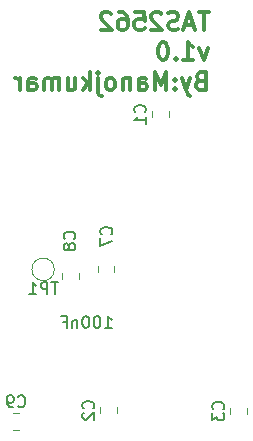
<source format=gbr>
G04 #@! TF.GenerationSoftware,KiCad,Pcbnew,5.1.1-8be2ce7~80~ubuntu18.10.1*
G04 #@! TF.CreationDate,2019-05-27T00:45:37+08:00*
G04 #@! TF.ProjectId,tas2562_dev_pcb,74617332-3536-4325-9f64-65765f706362,rev?*
G04 #@! TF.SameCoordinates,Original*
G04 #@! TF.FileFunction,Legend,Bot*
G04 #@! TF.FilePolarity,Positive*
%FSLAX46Y46*%
G04 Gerber Fmt 4.6, Leading zero omitted, Abs format (unit mm)*
G04 Created by KiCad (PCBNEW 5.1.1-8be2ce7~80~ubuntu18.10.1) date 2019-05-27 00:45:37*
%MOMM*%
%LPD*%
G04 APERTURE LIST*
%ADD10C,0.300000*%
%ADD11C,0.120000*%
%ADD12C,0.150000*%
G04 APERTURE END LIST*
D10*
X171493142Y-78543571D02*
X170636000Y-78543571D01*
X171064571Y-80043571D02*
X171064571Y-78543571D01*
X170207428Y-79615000D02*
X169493142Y-79615000D01*
X170350285Y-80043571D02*
X169850285Y-78543571D01*
X169350285Y-80043571D01*
X168921714Y-79972142D02*
X168707428Y-80043571D01*
X168350285Y-80043571D01*
X168207428Y-79972142D01*
X168136000Y-79900714D01*
X168064571Y-79757857D01*
X168064571Y-79615000D01*
X168136000Y-79472142D01*
X168207428Y-79400714D01*
X168350285Y-79329285D01*
X168636000Y-79257857D01*
X168778857Y-79186428D01*
X168850285Y-79115000D01*
X168921714Y-78972142D01*
X168921714Y-78829285D01*
X168850285Y-78686428D01*
X168778857Y-78615000D01*
X168636000Y-78543571D01*
X168278857Y-78543571D01*
X168064571Y-78615000D01*
X167493142Y-78686428D02*
X167421714Y-78615000D01*
X167278857Y-78543571D01*
X166921714Y-78543571D01*
X166778857Y-78615000D01*
X166707428Y-78686428D01*
X166636000Y-78829285D01*
X166636000Y-78972142D01*
X166707428Y-79186428D01*
X167564571Y-80043571D01*
X166636000Y-80043571D01*
X165278857Y-78543571D02*
X165993142Y-78543571D01*
X166064571Y-79257857D01*
X165993142Y-79186428D01*
X165850285Y-79115000D01*
X165493142Y-79115000D01*
X165350285Y-79186428D01*
X165278857Y-79257857D01*
X165207428Y-79400714D01*
X165207428Y-79757857D01*
X165278857Y-79900714D01*
X165350285Y-79972142D01*
X165493142Y-80043571D01*
X165850285Y-80043571D01*
X165993142Y-79972142D01*
X166064571Y-79900714D01*
X163921714Y-78543571D02*
X164207428Y-78543571D01*
X164350285Y-78615000D01*
X164421714Y-78686428D01*
X164564571Y-78900714D01*
X164636000Y-79186428D01*
X164636000Y-79757857D01*
X164564571Y-79900714D01*
X164493142Y-79972142D01*
X164350285Y-80043571D01*
X164064571Y-80043571D01*
X163921714Y-79972142D01*
X163850285Y-79900714D01*
X163778857Y-79757857D01*
X163778857Y-79400714D01*
X163850285Y-79257857D01*
X163921714Y-79186428D01*
X164064571Y-79115000D01*
X164350285Y-79115000D01*
X164493142Y-79186428D01*
X164564571Y-79257857D01*
X164636000Y-79400714D01*
X163207428Y-78686428D02*
X163136000Y-78615000D01*
X162993142Y-78543571D01*
X162636000Y-78543571D01*
X162493142Y-78615000D01*
X162421714Y-78686428D01*
X162350285Y-78829285D01*
X162350285Y-78972142D01*
X162421714Y-79186428D01*
X163278857Y-80043571D01*
X162350285Y-80043571D01*
X171421714Y-81593571D02*
X171064571Y-82593571D01*
X170707428Y-81593571D01*
X169350285Y-82593571D02*
X170207428Y-82593571D01*
X169778857Y-82593571D02*
X169778857Y-81093571D01*
X169921714Y-81307857D01*
X170064571Y-81450714D01*
X170207428Y-81522142D01*
X168707428Y-82450714D02*
X168636000Y-82522142D01*
X168707428Y-82593571D01*
X168778857Y-82522142D01*
X168707428Y-82450714D01*
X168707428Y-82593571D01*
X167707428Y-81093571D02*
X167564571Y-81093571D01*
X167421714Y-81165000D01*
X167350285Y-81236428D01*
X167278857Y-81379285D01*
X167207428Y-81665000D01*
X167207428Y-82022142D01*
X167278857Y-82307857D01*
X167350285Y-82450714D01*
X167421714Y-82522142D01*
X167564571Y-82593571D01*
X167707428Y-82593571D01*
X167850285Y-82522142D01*
X167921714Y-82450714D01*
X167993142Y-82307857D01*
X168064571Y-82022142D01*
X168064571Y-81665000D01*
X167993142Y-81379285D01*
X167921714Y-81236428D01*
X167850285Y-81165000D01*
X167707428Y-81093571D01*
X170778857Y-84357857D02*
X170564571Y-84429285D01*
X170493142Y-84500714D01*
X170421714Y-84643571D01*
X170421714Y-84857857D01*
X170493142Y-85000714D01*
X170564571Y-85072142D01*
X170707428Y-85143571D01*
X171278857Y-85143571D01*
X171278857Y-83643571D01*
X170778857Y-83643571D01*
X170636000Y-83715000D01*
X170564571Y-83786428D01*
X170493142Y-83929285D01*
X170493142Y-84072142D01*
X170564571Y-84215000D01*
X170636000Y-84286428D01*
X170778857Y-84357857D01*
X171278857Y-84357857D01*
X169921714Y-84143571D02*
X169564571Y-85143571D01*
X169207428Y-84143571D02*
X169564571Y-85143571D01*
X169707428Y-85500714D01*
X169778857Y-85572142D01*
X169921714Y-85643571D01*
X168636000Y-85000714D02*
X168564571Y-85072142D01*
X168636000Y-85143571D01*
X168707428Y-85072142D01*
X168636000Y-85000714D01*
X168636000Y-85143571D01*
X168636000Y-84215000D02*
X168564571Y-84286428D01*
X168636000Y-84357857D01*
X168707428Y-84286428D01*
X168636000Y-84215000D01*
X168636000Y-84357857D01*
X167921714Y-85143571D02*
X167921714Y-83643571D01*
X167421714Y-84715000D01*
X166921714Y-83643571D01*
X166921714Y-85143571D01*
X165564571Y-85143571D02*
X165564571Y-84357857D01*
X165636000Y-84215000D01*
X165778857Y-84143571D01*
X166064571Y-84143571D01*
X166207428Y-84215000D01*
X165564571Y-85072142D02*
X165707428Y-85143571D01*
X166064571Y-85143571D01*
X166207428Y-85072142D01*
X166278857Y-84929285D01*
X166278857Y-84786428D01*
X166207428Y-84643571D01*
X166064571Y-84572142D01*
X165707428Y-84572142D01*
X165564571Y-84500714D01*
X164850285Y-84143571D02*
X164850285Y-85143571D01*
X164850285Y-84286428D02*
X164778857Y-84215000D01*
X164636000Y-84143571D01*
X164421714Y-84143571D01*
X164278857Y-84215000D01*
X164207428Y-84357857D01*
X164207428Y-85143571D01*
X163278857Y-85143571D02*
X163421714Y-85072142D01*
X163493142Y-85000714D01*
X163564571Y-84857857D01*
X163564571Y-84429285D01*
X163493142Y-84286428D01*
X163421714Y-84215000D01*
X163278857Y-84143571D01*
X163064571Y-84143571D01*
X162921714Y-84215000D01*
X162850285Y-84286428D01*
X162778857Y-84429285D01*
X162778857Y-84857857D01*
X162850285Y-85000714D01*
X162921714Y-85072142D01*
X163064571Y-85143571D01*
X163278857Y-85143571D01*
X162136000Y-84143571D02*
X162136000Y-85429285D01*
X162207428Y-85572142D01*
X162350285Y-85643571D01*
X162421714Y-85643571D01*
X162136000Y-83643571D02*
X162207428Y-83715000D01*
X162136000Y-83786428D01*
X162064571Y-83715000D01*
X162136000Y-83643571D01*
X162136000Y-83786428D01*
X161421714Y-85143571D02*
X161421714Y-83643571D01*
X161278857Y-84572142D02*
X160850285Y-85143571D01*
X160850285Y-84143571D02*
X161421714Y-84715000D01*
X159564571Y-84143571D02*
X159564571Y-85143571D01*
X160207428Y-84143571D02*
X160207428Y-84929285D01*
X160136000Y-85072142D01*
X159993142Y-85143571D01*
X159778857Y-85143571D01*
X159636000Y-85072142D01*
X159564571Y-85000714D01*
X158850285Y-85143571D02*
X158850285Y-84143571D01*
X158850285Y-84286428D02*
X158778857Y-84215000D01*
X158636000Y-84143571D01*
X158421714Y-84143571D01*
X158278857Y-84215000D01*
X158207428Y-84357857D01*
X158207428Y-85143571D01*
X158207428Y-84357857D02*
X158136000Y-84215000D01*
X157993142Y-84143571D01*
X157778857Y-84143571D01*
X157636000Y-84215000D01*
X157564571Y-84357857D01*
X157564571Y-85143571D01*
X156207428Y-85143571D02*
X156207428Y-84357857D01*
X156278857Y-84215000D01*
X156421714Y-84143571D01*
X156707428Y-84143571D01*
X156850285Y-84215000D01*
X156207428Y-85072142D02*
X156350285Y-85143571D01*
X156707428Y-85143571D01*
X156850285Y-85072142D01*
X156921714Y-84929285D01*
X156921714Y-84786428D01*
X156850285Y-84643571D01*
X156707428Y-84572142D01*
X156350285Y-84572142D01*
X156207428Y-84500714D01*
X155493142Y-85143571D02*
X155493142Y-84143571D01*
X155493142Y-84429285D02*
X155421714Y-84286428D01*
X155350285Y-84215000D01*
X155207428Y-84143571D01*
X155064571Y-84143571D01*
D11*
X168096000Y-86941922D02*
X168096000Y-87459078D01*
X166676000Y-86941922D02*
X166676000Y-87459078D01*
X163710000Y-112003922D02*
X163710000Y-112521078D01*
X162290000Y-112003922D02*
X162290000Y-112521078D01*
X173290000Y-112078922D02*
X173290000Y-112596078D01*
X174710000Y-112078922D02*
X174710000Y-112596078D01*
X162090000Y-100003922D02*
X162090000Y-100521078D01*
X163510000Y-100003922D02*
X163510000Y-100521078D01*
X159056000Y-100627922D02*
X159056000Y-101145078D01*
X160476000Y-100627922D02*
X160476000Y-101145078D01*
X158430000Y-100330000D02*
G75*
G03X158430000Y-100330000I-950000J0D01*
G01*
X155458578Y-112490000D02*
X154941422Y-112490000D01*
X155458578Y-113910000D02*
X154941422Y-113910000D01*
D12*
X166093142Y-87033833D02*
X166140761Y-86986214D01*
X166188380Y-86843357D01*
X166188380Y-86748119D01*
X166140761Y-86605261D01*
X166045523Y-86510023D01*
X165950285Y-86462404D01*
X165759809Y-86414785D01*
X165616952Y-86414785D01*
X165426476Y-86462404D01*
X165331238Y-86510023D01*
X165236000Y-86605261D01*
X165188380Y-86748119D01*
X165188380Y-86843357D01*
X165236000Y-86986214D01*
X165283619Y-87033833D01*
X166188380Y-87986214D02*
X166188380Y-87414785D01*
X166188380Y-87700500D02*
X165188380Y-87700500D01*
X165331238Y-87605261D01*
X165426476Y-87510023D01*
X165474095Y-87414785D01*
X161707142Y-112095833D02*
X161754761Y-112048214D01*
X161802380Y-111905357D01*
X161802380Y-111810119D01*
X161754761Y-111667261D01*
X161659523Y-111572023D01*
X161564285Y-111524404D01*
X161373809Y-111476785D01*
X161230952Y-111476785D01*
X161040476Y-111524404D01*
X160945238Y-111572023D01*
X160850000Y-111667261D01*
X160802380Y-111810119D01*
X160802380Y-111905357D01*
X160850000Y-112048214D01*
X160897619Y-112095833D01*
X160897619Y-112476785D02*
X160850000Y-112524404D01*
X160802380Y-112619642D01*
X160802380Y-112857738D01*
X160850000Y-112952976D01*
X160897619Y-113000595D01*
X160992857Y-113048214D01*
X161088095Y-113048214D01*
X161230952Y-113000595D01*
X161802380Y-112429166D01*
X161802380Y-113048214D01*
X172707142Y-112170833D02*
X172754761Y-112123214D01*
X172802380Y-111980357D01*
X172802380Y-111885119D01*
X172754761Y-111742261D01*
X172659523Y-111647023D01*
X172564285Y-111599404D01*
X172373809Y-111551785D01*
X172230952Y-111551785D01*
X172040476Y-111599404D01*
X171945238Y-111647023D01*
X171850000Y-111742261D01*
X171802380Y-111885119D01*
X171802380Y-111980357D01*
X171850000Y-112123214D01*
X171897619Y-112170833D01*
X171802380Y-112504166D02*
X171802380Y-113123214D01*
X172183333Y-112789880D01*
X172183333Y-112932738D01*
X172230952Y-113027976D01*
X172278571Y-113075595D01*
X172373809Y-113123214D01*
X172611904Y-113123214D01*
X172707142Y-113075595D01*
X172754761Y-113027976D01*
X172802380Y-112932738D01*
X172802380Y-112647023D01*
X172754761Y-112551785D01*
X172707142Y-112504166D01*
X163234642Y-97369333D02*
X163282261Y-97321714D01*
X163329880Y-97178857D01*
X163329880Y-97083619D01*
X163282261Y-96940761D01*
X163187023Y-96845523D01*
X163091785Y-96797904D01*
X162901309Y-96750285D01*
X162758452Y-96750285D01*
X162567976Y-96797904D01*
X162472738Y-96845523D01*
X162377500Y-96940761D01*
X162329880Y-97083619D01*
X162329880Y-97178857D01*
X162377500Y-97321714D01*
X162425119Y-97369333D01*
X162329880Y-97702666D02*
X162329880Y-98369333D01*
X163329880Y-97940761D01*
X160123142Y-97750333D02*
X160170761Y-97702714D01*
X160218380Y-97559857D01*
X160218380Y-97464619D01*
X160170761Y-97321761D01*
X160075523Y-97226523D01*
X159980285Y-97178904D01*
X159789809Y-97131285D01*
X159646952Y-97131285D01*
X159456476Y-97178904D01*
X159361238Y-97226523D01*
X159266000Y-97321761D01*
X159218380Y-97464619D01*
X159218380Y-97559857D01*
X159266000Y-97702714D01*
X159313619Y-97750333D01*
X159646952Y-98321761D02*
X159599333Y-98226523D01*
X159551714Y-98178904D01*
X159456476Y-98131285D01*
X159408857Y-98131285D01*
X159313619Y-98178904D01*
X159266000Y-98226523D01*
X159218380Y-98321761D01*
X159218380Y-98512238D01*
X159266000Y-98607476D01*
X159313619Y-98655095D01*
X159408857Y-98702714D01*
X159456476Y-98702714D01*
X159551714Y-98655095D01*
X159599333Y-98607476D01*
X159646952Y-98512238D01*
X159646952Y-98321761D01*
X159694571Y-98226523D01*
X159742190Y-98178904D01*
X159837428Y-98131285D01*
X160027904Y-98131285D01*
X160123142Y-98178904D01*
X160170761Y-98226523D01*
X160218380Y-98321761D01*
X160218380Y-98512238D01*
X160170761Y-98607476D01*
X160123142Y-98655095D01*
X160027904Y-98702714D01*
X159837428Y-98702714D01*
X159742190Y-98655095D01*
X159694571Y-98607476D01*
X159646952Y-98512238D01*
X158741904Y-101430380D02*
X158170476Y-101430380D01*
X158456190Y-102430380D02*
X158456190Y-101430380D01*
X157837142Y-102430380D02*
X157837142Y-101430380D01*
X157456190Y-101430380D01*
X157360952Y-101478000D01*
X157313333Y-101525619D01*
X157265714Y-101620857D01*
X157265714Y-101763714D01*
X157313333Y-101858952D01*
X157360952Y-101906571D01*
X157456190Y-101954190D01*
X157837142Y-101954190D01*
X156313333Y-102430380D02*
X156884761Y-102430380D01*
X156599047Y-102430380D02*
X156599047Y-101430380D01*
X156694285Y-101573238D01*
X156789523Y-101668476D01*
X156884761Y-101716095D01*
X155366666Y-111907142D02*
X155414285Y-111954761D01*
X155557142Y-112002380D01*
X155652380Y-112002380D01*
X155795238Y-111954761D01*
X155890476Y-111859523D01*
X155938095Y-111764285D01*
X155985714Y-111573809D01*
X155985714Y-111430952D01*
X155938095Y-111240476D01*
X155890476Y-111145238D01*
X155795238Y-111050000D01*
X155652380Y-111002380D01*
X155557142Y-111002380D01*
X155414285Y-111050000D01*
X155366666Y-111097619D01*
X154890476Y-112002380D02*
X154700000Y-112002380D01*
X154604761Y-111954761D01*
X154557142Y-111907142D01*
X154461904Y-111764285D01*
X154414285Y-111573809D01*
X154414285Y-111192857D01*
X154461904Y-111097619D01*
X154509523Y-111050000D01*
X154604761Y-111002380D01*
X154795238Y-111002380D01*
X154890476Y-111050000D01*
X154938095Y-111097619D01*
X154985714Y-111192857D01*
X154985714Y-111430952D01*
X154938095Y-111526190D01*
X154890476Y-111573809D01*
X154795238Y-111621428D01*
X154604761Y-111621428D01*
X154509523Y-111573809D01*
X154461904Y-111526190D01*
X154414285Y-111430952D01*
X162710619Y-105290880D02*
X163282047Y-105290880D01*
X162996333Y-105290880D02*
X162996333Y-104290880D01*
X163091571Y-104433738D01*
X163186809Y-104528976D01*
X163282047Y-104576595D01*
X162091571Y-104290880D02*
X161996333Y-104290880D01*
X161901095Y-104338500D01*
X161853476Y-104386119D01*
X161805857Y-104481357D01*
X161758238Y-104671833D01*
X161758238Y-104909928D01*
X161805857Y-105100404D01*
X161853476Y-105195642D01*
X161901095Y-105243261D01*
X161996333Y-105290880D01*
X162091571Y-105290880D01*
X162186809Y-105243261D01*
X162234428Y-105195642D01*
X162282047Y-105100404D01*
X162329666Y-104909928D01*
X162329666Y-104671833D01*
X162282047Y-104481357D01*
X162234428Y-104386119D01*
X162186809Y-104338500D01*
X162091571Y-104290880D01*
X161139190Y-104290880D02*
X161043952Y-104290880D01*
X160948714Y-104338500D01*
X160901095Y-104386119D01*
X160853476Y-104481357D01*
X160805857Y-104671833D01*
X160805857Y-104909928D01*
X160853476Y-105100404D01*
X160901095Y-105195642D01*
X160948714Y-105243261D01*
X161043952Y-105290880D01*
X161139190Y-105290880D01*
X161234428Y-105243261D01*
X161282047Y-105195642D01*
X161329666Y-105100404D01*
X161377285Y-104909928D01*
X161377285Y-104671833D01*
X161329666Y-104481357D01*
X161282047Y-104386119D01*
X161234428Y-104338500D01*
X161139190Y-104290880D01*
X160377285Y-104624214D02*
X160377285Y-105290880D01*
X160377285Y-104719452D02*
X160329666Y-104671833D01*
X160234428Y-104624214D01*
X160091571Y-104624214D01*
X159996333Y-104671833D01*
X159948714Y-104767071D01*
X159948714Y-105290880D01*
X159139190Y-104767071D02*
X159472523Y-104767071D01*
X159472523Y-105290880D02*
X159472523Y-104290880D01*
X158996333Y-104290880D01*
M02*

</source>
